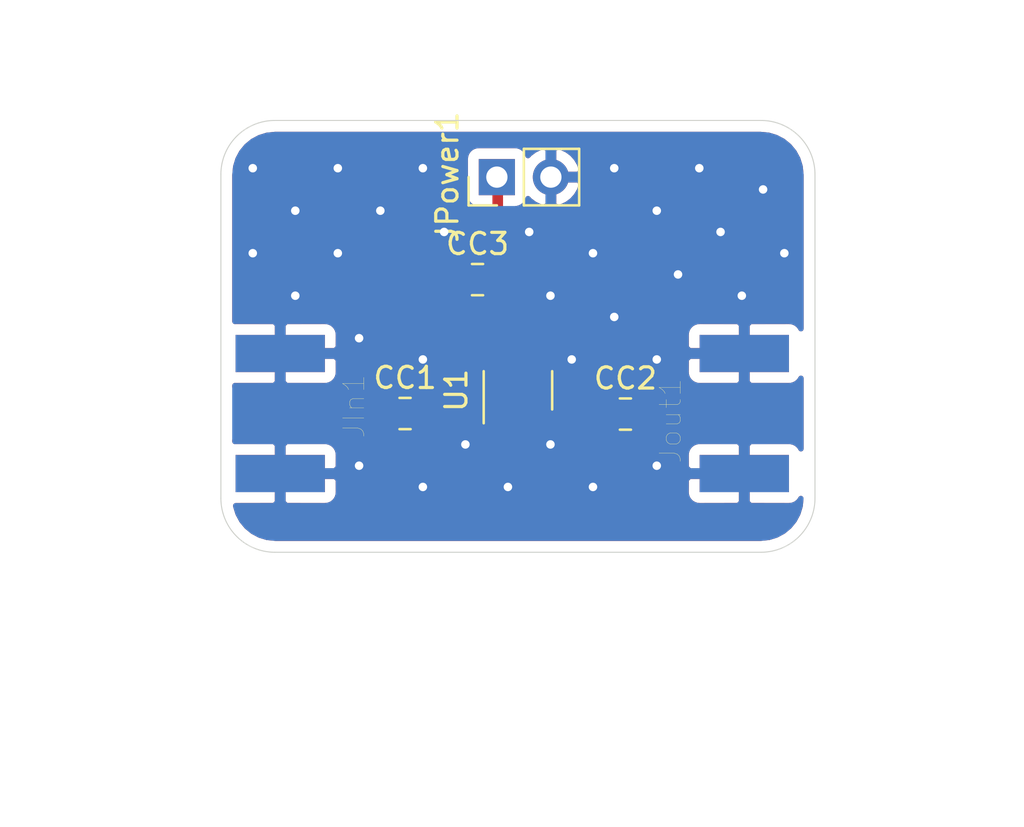
<source format=kicad_pcb>
(kicad_pcb (version 20171130) (host pcbnew "(5.1.9)-1")

  (general
    (thickness 1.6)
    (drawings 8)
    (tracks 38)
    (zones 0)
    (modules 7)
    (nets 7)
  )

  (page A4)
  (layers
    (0 F.Cu signal)
    (31 B.Cu signal)
    (32 B.Adhes user)
    (33 F.Adhes user)
    (34 B.Paste user)
    (35 F.Paste user)
    (36 B.SilkS user)
    (37 F.SilkS user)
    (38 B.Mask user)
    (39 F.Mask user)
    (40 Dwgs.User user)
    (41 Cmts.User user)
    (42 Eco1.User user)
    (43 Eco2.User user)
    (44 Edge.Cuts user)
    (45 Margin user)
    (46 B.CrtYd user)
    (47 F.CrtYd user)
    (48 B.Fab user)
    (49 F.Fab user)
  )

  (setup
    (last_trace_width 0.25)
    (user_trace_width 0.5)
    (trace_clearance 0.2)
    (zone_clearance 0.508)
    (zone_45_only no)
    (trace_min 0.2)
    (via_size 0.8)
    (via_drill 0.4)
    (via_min_size 0.4)
    (via_min_drill 0.3)
    (uvia_size 0.3)
    (uvia_drill 0.1)
    (uvias_allowed no)
    (uvia_min_size 0.2)
    (uvia_min_drill 0.1)
    (edge_width 0.05)
    (segment_width 0.2)
    (pcb_text_width 0.3)
    (pcb_text_size 1.5 1.5)
    (mod_edge_width 0.12)
    (mod_text_size 1 1)
    (mod_text_width 0.15)
    (pad_size 1.524 1.524)
    (pad_drill 0.762)
    (pad_to_mask_clearance 0)
    (aux_axis_origin 0 0)
    (visible_elements 7FFFFFFF)
    (pcbplotparams
      (layerselection 0x010fc_ffffffff)
      (usegerberextensions false)
      (usegerberattributes true)
      (usegerberadvancedattributes true)
      (creategerberjobfile true)
      (excludeedgelayer true)
      (linewidth 0.100000)
      (plotframeref false)
      (viasonmask false)
      (mode 1)
      (useauxorigin false)
      (hpglpennumber 1)
      (hpglpenspeed 20)
      (hpglpendiameter 15.000000)
      (psnegative false)
      (psa4output false)
      (plotreference true)
      (plotvalue true)
      (plotinvisibletext false)
      (padsonsilk false)
      (subtractmaskfromsilk false)
      (outputformat 1)
      (mirror false)
      (drillshape 0)
      (scaleselection 1)
      (outputdirectory "Gerber/"))
  )

  (net 0 "")
  (net 1 GND)
  (net 2 "Net-(CC1-Pad2)")
  (net 3 "Net-(CC1-Pad1)")
  (net 4 "Net-(CC2-Pad2)")
  (net 5 "Net-(CC2-Pad1)")
  (net 6 "Net-(CC3-Pad2)")

  (net_class Default "This is the default net class."
    (clearance 0.2)
    (trace_width 0.25)
    (via_dia 0.8)
    (via_drill 0.4)
    (uvia_dia 0.3)
    (uvia_drill 0.1)
    (add_net GND)
    (add_net "Net-(CC1-Pad1)")
    (add_net "Net-(CC1-Pad2)")
    (add_net "Net-(CC2-Pad1)")
    (add_net "Net-(CC2-Pad2)")
    (add_net "Net-(CC3-Pad2)")
  )

  (module AdditionalLibs:SAMTEC_SMA-J-P-H-ST-EM1 (layer F.Cu) (tedit 60249D12) (tstamp 6049CCA4)
    (at 155.6258 83.6422 90)
    (path /60498C8E)
    (fp_text reference Jout1 (at -0.34105 -3.66967 90) (layer F.SilkS)
      (effects (font (size 1 1) (thickness 0.015)))
    )
    (fp_text value SMA-J-P-H-ST-EM1 (at 11.20429 12.3677 90) (layer F.Fab)
      (effects (font (size 1 1) (thickness 0.015)))
    )
    (fp_text user PCB~EDGE (at 4.30403 1.70159 90) (layer F.Fab)
      (effects (font (size 0.48 0.48) (thickness 0.015)))
    )
    (fp_line (start 3.165 1.9) (end 3.165 11.42) (layer F.Fab) (width 0.1))
    (fp_line (start 3.165 11.42) (end -3.165 11.42) (layer F.Fab) (width 0.1))
    (fp_line (start -3.165 11.42) (end -3.165 1.9) (layer F.Fab) (width 0.1))
    (fp_line (start -5 1.9) (end -3.165 1.9) (layer F.Fab) (width 0.1))
    (fp_line (start -3.165 1.9) (end 3.165 1.9) (layer F.Fab) (width 0.1))
    (fp_line (start 3.165 1.9) (end 5 1.9) (layer F.Fab) (width 0.1))
    (fp_line (start -3.165 1.9) (end -3.175 -1.91) (layer F.Fab) (width 0.1))
    (fp_line (start -3.175 -1.91) (end 3.175 -1.91) (layer F.Fab) (width 0.1))
    (fp_line (start 3.175 -1.91) (end 3.165 1.9) (layer F.Fab) (width 0.1))
    (fp_line (start -3.75 -2.55) (end 3.75 -2.55) (layer F.CrtYd) (width 0.05))
    (fp_line (start 3.75 -2.55) (end 3.75 2.15) (layer F.CrtYd) (width 0.05))
    (fp_line (start 3.75 2.15) (end 3.415 2.15) (layer F.CrtYd) (width 0.05))
    (fp_line (start 3.415 2.15) (end 3.415 11.67) (layer F.CrtYd) (width 0.05))
    (fp_line (start 3.415 11.67) (end -3.415 11.67) (layer F.CrtYd) (width 0.05))
    (fp_line (start -3.415 11.67) (end -3.415 2.15) (layer F.CrtYd) (width 0.05))
    (fp_line (start -3.415 2.15) (end -3.75 2.15) (layer F.CrtYd) (width 0.05))
    (fp_line (start -3.75 2.15) (end -3.75 -2.55) (layer F.CrtYd) (width 0.05))
    (pad 3_2 smd rect (at 2.825 -0.2 90) (size 1.75 4.2) (layers B.Cu B.Paste B.Mask)
      (net 1 GND))
    (pad 2_2 smd rect (at -2.825 -0.2 90) (size 1.75 4.2) (layers B.Cu B.Paste B.Mask)
      (net 1 GND))
    (pad 3_1 smd rect (at 2.825 -0.2 90) (size 1.75 4.2) (layers F.Cu F.Paste F.Mask)
      (net 1 GND))
    (pad 2_1 smd rect (at -2.825 -0.2 90) (size 1.75 4.2) (layers F.Cu F.Paste F.Mask)
      (net 1 GND))
    (pad 1 smd rect (at 0 0 90) (size 1.27 3.6) (layers F.Cu F.Paste F.Mask)
      (net 4 "Net-(CC2-Pad2)"))
  )

  (module AdditionalLibs:SAMTEC_SMA-J-P-H-ST-EM1 (layer F.Cu) (tedit 60249D12) (tstamp 6049CC89)
    (at 133.4008 83.6422 270)
    (path /60495908)
    (fp_text reference JIn1 (at -0.34105 -3.66967 90) (layer F.SilkS)
      (effects (font (size 1 1) (thickness 0.015)))
    )
    (fp_text value SMA-J-P-H-ST-EM1 (at 11.20429 12.3677 90) (layer F.Fab)
      (effects (font (size 1 1) (thickness 0.015)))
    )
    (fp_text user PCB~EDGE (at 4.30403 1.70159 90) (layer F.Fab)
      (effects (font (size 0.48 0.48) (thickness 0.015)))
    )
    (fp_line (start 3.165 1.9) (end 3.165 11.42) (layer F.Fab) (width 0.1))
    (fp_line (start 3.165 11.42) (end -3.165 11.42) (layer F.Fab) (width 0.1))
    (fp_line (start -3.165 11.42) (end -3.165 1.9) (layer F.Fab) (width 0.1))
    (fp_line (start -5 1.9) (end -3.165 1.9) (layer F.Fab) (width 0.1))
    (fp_line (start -3.165 1.9) (end 3.165 1.9) (layer F.Fab) (width 0.1))
    (fp_line (start 3.165 1.9) (end 5 1.9) (layer F.Fab) (width 0.1))
    (fp_line (start -3.165 1.9) (end -3.175 -1.91) (layer F.Fab) (width 0.1))
    (fp_line (start -3.175 -1.91) (end 3.175 -1.91) (layer F.Fab) (width 0.1))
    (fp_line (start 3.175 -1.91) (end 3.165 1.9) (layer F.Fab) (width 0.1))
    (fp_line (start -3.75 -2.55) (end 3.75 -2.55) (layer F.CrtYd) (width 0.05))
    (fp_line (start 3.75 -2.55) (end 3.75 2.15) (layer F.CrtYd) (width 0.05))
    (fp_line (start 3.75 2.15) (end 3.415 2.15) (layer F.CrtYd) (width 0.05))
    (fp_line (start 3.415 2.15) (end 3.415 11.67) (layer F.CrtYd) (width 0.05))
    (fp_line (start 3.415 11.67) (end -3.415 11.67) (layer F.CrtYd) (width 0.05))
    (fp_line (start -3.415 11.67) (end -3.415 2.15) (layer F.CrtYd) (width 0.05))
    (fp_line (start -3.415 2.15) (end -3.75 2.15) (layer F.CrtYd) (width 0.05))
    (fp_line (start -3.75 2.15) (end -3.75 -2.55) (layer F.CrtYd) (width 0.05))
    (pad 3_2 smd rect (at 2.825 -0.2 270) (size 1.75 4.2) (layers B.Cu B.Paste B.Mask)
      (net 1 GND))
    (pad 2_2 smd rect (at -2.825 -0.2 270) (size 1.75 4.2) (layers B.Cu B.Paste B.Mask)
      (net 1 GND))
    (pad 3_1 smd rect (at 2.825 -0.2 270) (size 1.75 4.2) (layers F.Cu F.Paste F.Mask)
      (net 1 GND))
    (pad 2_1 smd rect (at -2.825 -0.2 270) (size 1.75 4.2) (layers F.Cu F.Paste F.Mask)
      (net 1 GND))
    (pad 1 smd rect (at 0 0 270) (size 1.27 3.6) (layers F.Cu F.Paste F.Mask)
      (net 3 "Net-(CC1-Pad1)"))
  )

  (module Capacitor_SMD:C_0805_2012Metric (layer F.Cu) (tedit 5F68FEEE) (tstamp 6052A2E6)
    (at 142.88 77.34)
    (descr "Capacitor SMD 0805 (2012 Metric), square (rectangular) end terminal, IPC_7351 nominal, (Body size source: IPC-SM-782 page 76, https://www.pcb-3d.com/wordpress/wp-content/uploads/ipc-sm-782a_amendment_1_and_2.pdf, https://docs.google.com/spreadsheets/d/1BsfQQcO9C6DZCsRaXUlFlo91Tg2WpOkGARC1WS5S8t0/edit?usp=sharing), generated with kicad-footprint-generator")
    (tags capacitor)
    (path /6052A3AA)
    (attr smd)
    (fp_text reference CC3 (at 0 -1.68) (layer F.SilkS)
      (effects (font (size 1 1) (thickness 0.15)))
    )
    (fp_text value .47u (at 0 1.68) (layer F.Fab)
      (effects (font (size 1 1) (thickness 0.15)))
    )
    (fp_text user %R (at 0 0) (layer F.Fab)
      (effects (font (size 0.5 0.5) (thickness 0.08)))
    )
    (fp_line (start -1 0.625) (end -1 -0.625) (layer F.Fab) (width 0.1))
    (fp_line (start -1 -0.625) (end 1 -0.625) (layer F.Fab) (width 0.1))
    (fp_line (start 1 -0.625) (end 1 0.625) (layer F.Fab) (width 0.1))
    (fp_line (start 1 0.625) (end -1 0.625) (layer F.Fab) (width 0.1))
    (fp_line (start -0.261252 -0.735) (end 0.261252 -0.735) (layer F.SilkS) (width 0.12))
    (fp_line (start -0.261252 0.735) (end 0.261252 0.735) (layer F.SilkS) (width 0.12))
    (fp_line (start -1.7 0.98) (end -1.7 -0.98) (layer F.CrtYd) (width 0.05))
    (fp_line (start -1.7 -0.98) (end 1.7 -0.98) (layer F.CrtYd) (width 0.05))
    (fp_line (start 1.7 -0.98) (end 1.7 0.98) (layer F.CrtYd) (width 0.05))
    (fp_line (start 1.7 0.98) (end -1.7 0.98) (layer F.CrtYd) (width 0.05))
    (pad 2 smd roundrect (at 0.95 0) (size 1 1.45) (layers F.Cu F.Paste F.Mask) (roundrect_rratio 0.25)
      (net 6 "Net-(CC3-Pad2)"))
    (pad 1 smd roundrect (at -0.95 0) (size 1 1.45) (layers F.Cu F.Paste F.Mask) (roundrect_rratio 0.25)
      (net 1 GND))
    (model ${KISYS3DMOD}/Capacitor_SMD.3dshapes/C_0805_2012Metric.wrl
      (at (xyz 0 0 0))
      (scale (xyz 1 1 1))
      (rotate (xyz 0 0 0))
    )
  )

  (module Capacitor_SMD:C_0805_2012Metric (layer F.Cu) (tedit 5F68FEEE) (tstamp 6049CF9F)
    (at 149.8346 83.6676)
    (descr "Capacitor SMD 0805 (2012 Metric), square (rectangular) end terminal, IPC_7351 nominal, (Body size source: IPC-SM-782 page 76, https://www.pcb-3d.com/wordpress/wp-content/uploads/ipc-sm-782a_amendment_1_and_2.pdf, https://docs.google.com/spreadsheets/d/1BsfQQcO9C6DZCsRaXUlFlo91Tg2WpOkGARC1WS5S8t0/edit?usp=sharing), generated with kicad-footprint-generator")
    (tags capacitor)
    (path /604A8DDC)
    (attr smd)
    (fp_text reference CC2 (at 0 -1.68) (layer F.SilkS)
      (effects (font (size 1 1) (thickness 0.15)))
    )
    (fp_text value .47u (at 0 1.68) (layer F.Fab)
      (effects (font (size 1 1) (thickness 0.15)))
    )
    (fp_line (start 1.7 0.98) (end -1.7 0.98) (layer F.CrtYd) (width 0.05))
    (fp_line (start 1.7 -0.98) (end 1.7 0.98) (layer F.CrtYd) (width 0.05))
    (fp_line (start -1.7 -0.98) (end 1.7 -0.98) (layer F.CrtYd) (width 0.05))
    (fp_line (start -1.7 0.98) (end -1.7 -0.98) (layer F.CrtYd) (width 0.05))
    (fp_line (start -0.261252 0.735) (end 0.261252 0.735) (layer F.SilkS) (width 0.12))
    (fp_line (start -0.261252 -0.735) (end 0.261252 -0.735) (layer F.SilkS) (width 0.12))
    (fp_line (start 1 0.625) (end -1 0.625) (layer F.Fab) (width 0.1))
    (fp_line (start 1 -0.625) (end 1 0.625) (layer F.Fab) (width 0.1))
    (fp_line (start -1 -0.625) (end 1 -0.625) (layer F.Fab) (width 0.1))
    (fp_line (start -1 0.625) (end -1 -0.625) (layer F.Fab) (width 0.1))
    (fp_text user %R (at 0 0) (layer F.Fab)
      (effects (font (size 0.5 0.5) (thickness 0.08)))
    )
    (pad 2 smd roundrect (at 0.95 0) (size 1 1.45) (layers F.Cu F.Paste F.Mask) (roundrect_rratio 0.25)
      (net 4 "Net-(CC2-Pad2)"))
    (pad 1 smd roundrect (at -0.95 0) (size 1 1.45) (layers F.Cu F.Paste F.Mask) (roundrect_rratio 0.25)
      (net 5 "Net-(CC2-Pad1)"))
    (model ${KISYS3DMOD}/Capacitor_SMD.3dshapes/C_0805_2012Metric.wrl
      (at (xyz 0 0 0))
      (scale (xyz 1 1 1))
      (rotate (xyz 0 0 0))
    )
  )

  (module Capacitor_SMD:C_0805_2012Metric (layer F.Cu) (tedit 5F68FEEE) (tstamp 6049CF8E)
    (at 139.4714 83.6422)
    (descr "Capacitor SMD 0805 (2012 Metric), square (rectangular) end terminal, IPC_7351 nominal, (Body size source: IPC-SM-782 page 76, https://www.pcb-3d.com/wordpress/wp-content/uploads/ipc-sm-782a_amendment_1_and_2.pdf, https://docs.google.com/spreadsheets/d/1BsfQQcO9C6DZCsRaXUlFlo91Tg2WpOkGARC1WS5S8t0/edit?usp=sharing), generated with kicad-footprint-generator")
    (tags capacitor)
    (path /604A4632)
    (attr smd)
    (fp_text reference CC1 (at 0 -1.68) (layer F.SilkS)
      (effects (font (size 1 1) (thickness 0.15)))
    )
    (fp_text value .47u (at 0 1.68) (layer F.Fab)
      (effects (font (size 1 1) (thickness 0.15)))
    )
    (fp_line (start 1.7 0.98) (end -1.7 0.98) (layer F.CrtYd) (width 0.05))
    (fp_line (start 1.7 -0.98) (end 1.7 0.98) (layer F.CrtYd) (width 0.05))
    (fp_line (start -1.7 -0.98) (end 1.7 -0.98) (layer F.CrtYd) (width 0.05))
    (fp_line (start -1.7 0.98) (end -1.7 -0.98) (layer F.CrtYd) (width 0.05))
    (fp_line (start -0.261252 0.735) (end 0.261252 0.735) (layer F.SilkS) (width 0.12))
    (fp_line (start -0.261252 -0.735) (end 0.261252 -0.735) (layer F.SilkS) (width 0.12))
    (fp_line (start 1 0.625) (end -1 0.625) (layer F.Fab) (width 0.1))
    (fp_line (start 1 -0.625) (end 1 0.625) (layer F.Fab) (width 0.1))
    (fp_line (start -1 -0.625) (end 1 -0.625) (layer F.Fab) (width 0.1))
    (fp_line (start -1 0.625) (end -1 -0.625) (layer F.Fab) (width 0.1))
    (fp_text user %R (at 0 0) (layer F.Fab)
      (effects (font (size 0.5 0.5) (thickness 0.08)))
    )
    (pad 2 smd roundrect (at 0.95 0) (size 1 1.45) (layers F.Cu F.Paste F.Mask) (roundrect_rratio 0.25)
      (net 2 "Net-(CC1-Pad2)"))
    (pad 1 smd roundrect (at -0.95 0) (size 1 1.45) (layers F.Cu F.Paste F.Mask) (roundrect_rratio 0.25)
      (net 3 "Net-(CC1-Pad1)"))
    (model ${KISYS3DMOD}/Capacitor_SMD.3dshapes/C_0805_2012Metric.wrl
      (at (xyz 0 0 0))
      (scale (xyz 1 1 1))
      (rotate (xyz 0 0 0))
    )
  )

  (module Package_TO_SOT_SMD:SOT-23-5 (layer F.Cu) (tedit 5A02FF57) (tstamp 6049CCCF)
    (at 144.78 82.55 90)
    (descr "5-pin SOT23 package")
    (tags SOT-23-5)
    (path /60491840)
    (attr smd)
    (fp_text reference U1 (at 0 -2.9 90) (layer F.SilkS)
      (effects (font (size 1 1) (thickness 0.15)))
    )
    (fp_text value MAAVSS0006TR-3000 (at 0 2.9 90) (layer F.Fab)
      (effects (font (size 1 1) (thickness 0.15)))
    )
    (fp_line (start -0.9 1.61) (end 0.9 1.61) (layer F.SilkS) (width 0.12))
    (fp_line (start 0.9 -1.61) (end -1.55 -1.61) (layer F.SilkS) (width 0.12))
    (fp_line (start -1.9 -1.8) (end 1.9 -1.8) (layer F.CrtYd) (width 0.05))
    (fp_line (start 1.9 -1.8) (end 1.9 1.8) (layer F.CrtYd) (width 0.05))
    (fp_line (start 1.9 1.8) (end -1.9 1.8) (layer F.CrtYd) (width 0.05))
    (fp_line (start -1.9 1.8) (end -1.9 -1.8) (layer F.CrtYd) (width 0.05))
    (fp_line (start -0.9 -0.9) (end -0.25 -1.55) (layer F.Fab) (width 0.1))
    (fp_line (start 0.9 -1.55) (end -0.25 -1.55) (layer F.Fab) (width 0.1))
    (fp_line (start -0.9 -0.9) (end -0.9 1.55) (layer F.Fab) (width 0.1))
    (fp_line (start 0.9 1.55) (end -0.9 1.55) (layer F.Fab) (width 0.1))
    (fp_line (start 0.9 -1.55) (end 0.9 1.55) (layer F.Fab) (width 0.1))
    (fp_text user %R (at 0 0) (layer F.Fab)
      (effects (font (size 0.5 0.5) (thickness 0.075)))
    )
    (pad 5 smd rect (at 1.1 -0.95 90) (size 1.06 0.65) (layers F.Cu F.Paste F.Mask)
      (net 6 "Net-(CC3-Pad2)"))
    (pad 4 smd rect (at 1.1 0.95 90) (size 1.06 0.65) (layers F.Cu F.Paste F.Mask)
      (net 1 GND))
    (pad 3 smd rect (at -1.1 0.95 90) (size 1.06 0.65) (layers F.Cu F.Paste F.Mask)
      (net 5 "Net-(CC2-Pad1)"))
    (pad 2 smd rect (at -1.1 0 90) (size 1.06 0.65) (layers F.Cu F.Paste F.Mask)
      (net 1 GND))
    (pad 1 smd rect (at -1.1 -0.95 90) (size 1.06 0.65) (layers F.Cu F.Paste F.Mask)
      (net 2 "Net-(CC1-Pad2)"))
    (model ${KISYS3DMOD}/Package_TO_SOT_SMD.3dshapes/SOT-23-5.wrl
      (at (xyz 0 0 0))
      (scale (xyz 1 1 1))
      (rotate (xyz 0 0 0))
    )
  )

  (module Connector_PinHeader_2.54mm:PinHeader_1x02_P2.54mm_Vertical (layer F.Cu) (tedit 59FED5CC) (tstamp 6049CCBA)
    (at 143.7894 72.517 90)
    (descr "Through hole straight pin header, 1x02, 2.54mm pitch, single row")
    (tags "Through hole pin header THT 1x02 2.54mm single row")
    (path /60492357)
    (fp_text reference JPower1 (at 0 -2.33 90) (layer F.SilkS)
      (effects (font (size 1 1) (thickness 0.15)))
    )
    (fp_text value Conn_01x02 (at 0 4.87 90) (layer F.Fab)
      (effects (font (size 1 1) (thickness 0.15)))
    )
    (fp_line (start -0.635 -1.27) (end 1.27 -1.27) (layer F.Fab) (width 0.1))
    (fp_line (start 1.27 -1.27) (end 1.27 3.81) (layer F.Fab) (width 0.1))
    (fp_line (start 1.27 3.81) (end -1.27 3.81) (layer F.Fab) (width 0.1))
    (fp_line (start -1.27 3.81) (end -1.27 -0.635) (layer F.Fab) (width 0.1))
    (fp_line (start -1.27 -0.635) (end -0.635 -1.27) (layer F.Fab) (width 0.1))
    (fp_line (start -1.33 3.87) (end 1.33 3.87) (layer F.SilkS) (width 0.12))
    (fp_line (start -1.33 1.27) (end -1.33 3.87) (layer F.SilkS) (width 0.12))
    (fp_line (start 1.33 1.27) (end 1.33 3.87) (layer F.SilkS) (width 0.12))
    (fp_line (start -1.33 1.27) (end 1.33 1.27) (layer F.SilkS) (width 0.12))
    (fp_line (start -1.33 0) (end -1.33 -1.33) (layer F.SilkS) (width 0.12))
    (fp_line (start -1.33 -1.33) (end 0 -1.33) (layer F.SilkS) (width 0.12))
    (fp_line (start -1.8 -1.8) (end -1.8 4.35) (layer F.CrtYd) (width 0.05))
    (fp_line (start -1.8 4.35) (end 1.8 4.35) (layer F.CrtYd) (width 0.05))
    (fp_line (start 1.8 4.35) (end 1.8 -1.8) (layer F.CrtYd) (width 0.05))
    (fp_line (start 1.8 -1.8) (end -1.8 -1.8) (layer F.CrtYd) (width 0.05))
    (fp_text user %R (at 0 1.27) (layer F.Fab)
      (effects (font (size 1 1) (thickness 0.15)))
    )
    (pad 2 thru_hole oval (at 0 2.54 90) (size 1.7 1.7) (drill 1) (layers *.Cu *.Mask)
      (net 1 GND))
    (pad 1 thru_hole rect (at 0 0 90) (size 1.7 1.7) (drill 1) (layers *.Cu *.Mask)
      (net 6 "Net-(CC3-Pad2)"))
    (model ${KISYS3DMOD}/Connector_PinHeader_2.54mm.3dshapes/PinHeader_1x02_P2.54mm_Vertical.wrl
      (at (xyz 0 0 0))
      (scale (xyz 1 1 1))
      (rotate (xyz 0 0 0))
    )
  )

  (gr_line (start 133.35 90.17) (end 156.21 90.17) (layer Edge.Cuts) (width 0.05) (tstamp 6049D750))
  (gr_line (start 130.81 72.39) (end 130.81 87.63) (layer Edge.Cuts) (width 0.05) (tstamp 6049D74F))
  (gr_line (start 156.21 69.85) (end 133.35 69.85) (layer Edge.Cuts) (width 0.05) (tstamp 6049D74E))
  (gr_line (start 158.75 87.63) (end 158.75 72.39) (layer Edge.Cuts) (width 0.05) (tstamp 6049D74D))
  (gr_arc (start 156.21 87.63) (end 156.21 90.17) (angle -90) (layer Edge.Cuts) (width 0.05))
  (gr_arc (start 133.35 87.63) (end 130.81 87.63) (angle -90) (layer Edge.Cuts) (width 0.05))
  (gr_arc (start 133.35 72.39) (end 133.35 69.85) (angle -90) (layer Edge.Cuts) (width 0.05))
  (gr_arc (start 156.21 72.39) (end 158.75 72.39) (angle -90) (layer Edge.Cuts) (width 0.05))

  (via (at 132.30935 72.097076) (size 0.8) (drill 0.4) (layers F.Cu B.Cu) (net 1) (tstamp 21))
  (via (at 132.30935 76.097076) (size 0.8) (drill 0.4) (layers F.Cu B.Cu) (net 1) (tstamp 21))
  (via (at 134.30935 74.097076) (size 0.8) (drill 0.4) (layers F.Cu B.Cu) (net 1) (tstamp 21))
  (via (at 134.30935 78.097076) (size 0.8) (drill 0.4) (layers F.Cu B.Cu) (net 1) (tstamp 21))
  (via (at 136.30935 72.097076) (size 0.8) (drill 0.4) (layers F.Cu B.Cu) (net 1) (tstamp 21))
  (via (at 136.30935 76.097076) (size 0.8) (drill 0.4) (layers F.Cu B.Cu) (net 1) (tstamp 21))
  (via (at 137.30935 80.097076) (size 0.8) (drill 0.4) (layers F.Cu B.Cu) (net 1) (tstamp 21))
  (via (at 137.30935 86.097076) (size 0.8) (drill 0.4) (layers F.Cu B.Cu) (net 1) (tstamp 21))
  (via (at 138.30935 74.097076) (size 0.8) (drill 0.4) (layers F.Cu B.Cu) (net 1) (tstamp 21))
  (via (at 140.30935 72.097076) (size 0.8) (drill 0.4) (layers F.Cu B.Cu) (net 1) (tstamp 21))
  (via (at 140.30935 81.097076) (size 0.8) (drill 0.4) (layers F.Cu B.Cu) (net 1) (tstamp 21))
  (via (at 140.30935 87.097076) (size 0.8) (drill 0.4) (layers F.Cu B.Cu) (net 1) (tstamp 21))
  (via (at 141.30935 75.097076) (size 0.8) (drill 0.4) (layers F.Cu B.Cu) (net 1) (tstamp 21))
  (via (at 142.30935 85.097076) (size 0.8) (drill 0.4) (layers F.Cu B.Cu) (net 1) (tstamp 21))
  (via (at 144.30935 87.097076) (size 0.8) (drill 0.4) (layers F.Cu B.Cu) (net 1) (tstamp 21))
  (via (at 145.30935 75.097076) (size 0.8) (drill 0.4) (layers F.Cu B.Cu) (net 1) (tstamp 21))
  (via (at 146.30935 78.097076) (size 0.8) (drill 0.4) (layers F.Cu B.Cu) (net 1) (tstamp 21))
  (via (at 146.30935 85.097076) (size 0.8) (drill 0.4) (layers F.Cu B.Cu) (net 1) (tstamp 21))
  (via (at 147.30935 81.097076) (size 0.8) (drill 0.4) (layers F.Cu B.Cu) (net 1) (tstamp 21))
  (via (at 148.30935 76.097076) (size 0.8) (drill 0.4) (layers F.Cu B.Cu) (net 1) (tstamp 21))
  (via (at 148.30935 87.097076) (size 0.8) (drill 0.4) (layers F.Cu B.Cu) (net 1) (tstamp 21))
  (via (at 149.30935 72.097076) (size 0.8) (drill 0.4) (layers F.Cu B.Cu) (net 1) (tstamp 21))
  (via (at 149.30935 79.097076) (size 0.8) (drill 0.4) (layers F.Cu B.Cu) (net 1) (tstamp 21))
  (via (at 151.30935 74.097076) (size 0.8) (drill 0.4) (layers F.Cu B.Cu) (net 1) (tstamp 21))
  (via (at 151.30935 81.097076) (size 0.8) (drill 0.4) (layers F.Cu B.Cu) (net 1) (tstamp 21))
  (via (at 151.30935 86.097076) (size 0.8) (drill 0.4) (layers F.Cu B.Cu) (net 1) (tstamp 21))
  (via (at 152.30935 77.097076) (size 0.8) (drill 0.4) (layers F.Cu B.Cu) (net 1) (tstamp 21))
  (via (at 153.30935 72.097076) (size 0.8) (drill 0.4) (layers F.Cu B.Cu) (net 1) (tstamp 21))
  (via (at 154.30935 75.097076) (size 0.8) (drill 0.4) (layers F.Cu B.Cu) (net 1) (tstamp 21))
  (via (at 155.30935 78.097076) (size 0.8) (drill 0.4) (layers F.Cu B.Cu) (net 1) (tstamp 21))
  (via (at 156.30935 73.097076) (size 0.8) (drill 0.4) (layers F.Cu B.Cu) (net 1) (tstamp 21))
  (via (at 157.30935 76.097076) (size 0.8) (drill 0.4) (layers F.Cu B.Cu) (net 1) (tstamp 21))
  (segment (start 144.78 83.65) (end 144.78 85.09) (width 0.5) (layer F.Cu) (net 1))
  (segment (start 140.4214 83.6422) (end 143.6878 83.6422) (width 0.5) (layer F.Cu) (net 2))
  (segment (start 133.4008 83.6422) (end 138.5062 83.6422) (width 0.5) (layer F.Cu) (net 3))
  (segment (start 150.7846 83.6676) (end 156.0068 83.6676) (width 0.5) (layer F.Cu) (net 4))
  (segment (start 145.73 83.65) (end 148.674 83.65) (width 0.5) (layer F.Cu) (net 5))
  (segment (start 143.83 81.45) (end 143.83 72.4052) (width 0.5) (layer F.Cu) (net 6))

  (zone (net 1) (net_name GND) (layer F.Cu) (tstamp 6051D37D) (hatch edge 0.508)
    (connect_pads (clearance 0.508))
    (min_thickness 0.254)
    (fill yes (arc_segments 32) (thermal_gap 0.508) (thermal_bridge_width 0.508))
    (polygon
      (pts
        (xy 158.75 90.17) (xy 130.81 90.17) (xy 130.81 69.85) (xy 158.75 69.85)
      )
    )
    (filled_polygon
      (pts
        (xy 156.574545 70.548909) (xy 156.925208 70.65478) (xy 157.248625 70.826744) (xy 157.532484 71.058254) (xy 157.765965 71.340486)
        (xy 157.940183 71.662695) (xy 158.048502 72.012614) (xy 158.090001 72.407452) (xy 158.090001 79.650685) (xy 158.056337 79.587706)
        (xy 157.976985 79.491015) (xy 157.880294 79.411663) (xy 157.76998 79.352698) (xy 157.650282 79.316388) (xy 157.5258 79.304128)
        (xy 155.71155 79.3072) (xy 155.5528 79.46595) (xy 155.5528 80.6902) (xy 155.5728 80.6902) (xy 155.5728 80.9442)
        (xy 155.5528 80.9442) (xy 155.5528 82.16845) (xy 155.71155 82.3272) (xy 157.5258 82.330272) (xy 157.650282 82.318012)
        (xy 157.76998 82.281702) (xy 157.880294 82.222737) (xy 157.976985 82.143385) (xy 158.056337 82.046694) (xy 158.09 81.983715)
        (xy 158.09 85.300684) (xy 158.056337 85.237706) (xy 157.976985 85.141015) (xy 157.880294 85.061663) (xy 157.76998 85.002698)
        (xy 157.650282 84.966388) (xy 157.5258 84.954128) (xy 155.71155 84.9572) (xy 155.5528 85.11595) (xy 155.5528 86.3402)
        (xy 155.5728 86.3402) (xy 155.5728 86.5942) (xy 155.5528 86.5942) (xy 155.5528 87.81845) (xy 155.71155 87.9772)
        (xy 157.5258 87.980272) (xy 157.650282 87.968012) (xy 157.76998 87.931702) (xy 157.880294 87.872737) (xy 157.976985 87.793385)
        (xy 158.056337 87.696694) (xy 158.085678 87.641802) (xy 158.051091 87.994545) (xy 157.94522 88.345206) (xy 157.773257 88.668623)
        (xy 157.541748 88.952482) (xy 157.259514 89.185965) (xy 156.937304 89.360184) (xy 156.587385 89.468502) (xy 156.192557 89.51)
        (xy 133.382279 89.51) (xy 132.985455 89.471091) (xy 132.634794 89.36522) (xy 132.311377 89.193257) (xy 132.027518 88.961748)
        (xy 131.794035 88.679514) (xy 131.619816 88.357304) (xy 131.511498 88.007385) (xy 131.508647 87.980259) (xy 133.31505 87.9772)
        (xy 133.4738 87.81845) (xy 133.4738 86.5942) (xy 133.7278 86.5942) (xy 133.7278 87.81845) (xy 133.88655 87.9772)
        (xy 135.7008 87.980272) (xy 135.825282 87.968012) (xy 135.94498 87.931702) (xy 136.055294 87.872737) (xy 136.151985 87.793385)
        (xy 136.231337 87.696694) (xy 136.290302 87.58638) (xy 136.326612 87.466682) (xy 136.338872 87.3422) (xy 152.687728 87.3422)
        (xy 152.699988 87.466682) (xy 152.736298 87.58638) (xy 152.795263 87.696694) (xy 152.874615 87.793385) (xy 152.971306 87.872737)
        (xy 153.08162 87.931702) (xy 153.201318 87.968012) (xy 153.3258 87.980272) (xy 155.14005 87.9772) (xy 155.2988 87.81845)
        (xy 155.2988 86.5942) (xy 152.84955 86.5942) (xy 152.6908 86.75295) (xy 152.687728 87.3422) (xy 136.338872 87.3422)
        (xy 136.3358 86.75295) (xy 136.17705 86.5942) (xy 133.7278 86.5942) (xy 133.4738 86.5942) (xy 133.4538 86.5942)
        (xy 133.4538 86.3402) (xy 133.4738 86.3402) (xy 133.4738 85.11595) (xy 133.7278 85.11595) (xy 133.7278 86.3402)
        (xy 136.17705 86.3402) (xy 136.3358 86.18145) (xy 136.338872 85.5922) (xy 152.687728 85.5922) (xy 152.6908 86.18145)
        (xy 152.84955 86.3402) (xy 155.2988 86.3402) (xy 155.2988 85.11595) (xy 155.14005 84.9572) (xy 153.3258 84.954128)
        (xy 153.201318 84.966388) (xy 153.08162 85.002698) (xy 152.971306 85.061663) (xy 152.874615 85.141015) (xy 152.795263 85.237706)
        (xy 152.736298 85.34802) (xy 152.699988 85.467718) (xy 152.687728 85.5922) (xy 136.338872 85.5922) (xy 136.326612 85.467718)
        (xy 136.290302 85.34802) (xy 136.231337 85.237706) (xy 136.151985 85.141015) (xy 136.055294 85.061663) (xy 135.94498 85.002698)
        (xy 135.825282 84.966388) (xy 135.7008 84.954128) (xy 133.88655 84.9572) (xy 133.7278 85.11595) (xy 133.4738 85.11595)
        (xy 133.31505 84.9572) (xy 131.5008 84.954128) (xy 131.47 84.957161) (xy 131.47 84.901095) (xy 131.476318 84.903012)
        (xy 131.6008 84.915272) (xy 135.2008 84.915272) (xy 135.325282 84.903012) (xy 135.44498 84.866702) (xy 135.555294 84.807737)
        (xy 135.651985 84.728385) (xy 135.731337 84.631694) (xy 135.787191 84.5272) (xy 137.488424 84.5272) (xy 137.532995 84.610586)
        (xy 137.643438 84.745162) (xy 137.778014 84.855605) (xy 137.93155 84.937672) (xy 138.098146 84.988208) (xy 138.2714 85.005272)
        (xy 138.7714 85.005272) (xy 138.944654 84.988208) (xy 139.11125 84.937672) (xy 139.264786 84.855605) (xy 139.399362 84.745162)
        (xy 139.4714 84.657383) (xy 139.543438 84.745162) (xy 139.678014 84.855605) (xy 139.83155 84.937672) (xy 139.998146 84.988208)
        (xy 140.1714 85.005272) (xy 140.6714 85.005272) (xy 140.844654 84.988208) (xy 141.01125 84.937672) (xy 141.164786 84.855605)
        (xy 141.299362 84.745162) (xy 141.409805 84.610586) (xy 141.454376 84.5272) (xy 142.970564 84.5272) (xy 142.974463 84.534494)
        (xy 143.053815 84.631185) (xy 143.150506 84.710537) (xy 143.26082 84.769502) (xy 143.380518 84.805812) (xy 143.505 84.818072)
        (xy 144.155 84.818072) (xy 144.279482 84.805812) (xy 144.305 84.798071) (xy 144.330518 84.805812) (xy 144.455 84.818072)
        (xy 144.49425 84.815) (xy 144.653 84.65625) (xy 144.653 84.574141) (xy 144.685537 84.534494) (xy 144.744502 84.42418)
        (xy 144.78 84.307159) (xy 144.815498 84.42418) (xy 144.874463 84.534494) (xy 144.907 84.574141) (xy 144.907 84.65625)
        (xy 145.06575 84.815) (xy 145.105 84.818072) (xy 145.229482 84.805812) (xy 145.255 84.798071) (xy 145.280518 84.805812)
        (xy 145.405 84.818072) (xy 146.055 84.818072) (xy 146.179482 84.805812) (xy 146.29918 84.769502) (xy 146.409494 84.710537)
        (xy 146.506185 84.631185) (xy 146.585122 84.535) (xy 147.842217 84.535) (xy 147.896195 84.635986) (xy 148.006638 84.770562)
        (xy 148.141214 84.881005) (xy 148.29475 84.963072) (xy 148.461346 85.013608) (xy 148.6346 85.030672) (xy 149.1346 85.030672)
        (xy 149.307854 85.013608) (xy 149.47445 84.963072) (xy 149.627986 84.881005) (xy 149.762562 84.770562) (xy 149.8346 84.682783)
        (xy 149.906638 84.770562) (xy 150.041214 84.881005) (xy 150.19475 84.963072) (xy 150.361346 85.013608) (xy 150.5346 85.030672)
        (xy 151.0346 85.030672) (xy 151.207854 85.013608) (xy 151.37445 84.963072) (xy 151.527986 84.881005) (xy 151.662562 84.770562)
        (xy 151.773005 84.635986) (xy 151.817576 84.5526) (xy 153.252986 84.5526) (xy 153.295263 84.631694) (xy 153.374615 84.728385)
        (xy 153.471306 84.807737) (xy 153.58162 84.866702) (xy 153.701318 84.903012) (xy 153.8258 84.915272) (xy 157.4258 84.915272)
        (xy 157.550282 84.903012) (xy 157.66998 84.866702) (xy 157.780294 84.807737) (xy 157.876985 84.728385) (xy 157.956337 84.631694)
        (xy 158.015302 84.52138) (xy 158.051612 84.401682) (xy 158.063872 84.2772) (xy 158.063872 83.0072) (xy 158.051612 82.882718)
        (xy 158.015302 82.76302) (xy 157.956337 82.652706) (xy 157.876985 82.556015) (xy 157.780294 82.476663) (xy 157.66998 82.417698)
        (xy 157.550282 82.381388) (xy 157.4258 82.369128) (xy 153.8258 82.369128) (xy 153.701318 82.381388) (xy 153.58162 82.417698)
        (xy 153.471306 82.476663) (xy 153.374615 82.556015) (xy 153.295263 82.652706) (xy 153.236298 82.76302) (xy 153.230358 82.7826)
        (xy 151.817576 82.7826) (xy 151.773005 82.699214) (xy 151.662562 82.564638) (xy 151.527986 82.454195) (xy 151.37445 82.372128)
        (xy 151.207854 82.321592) (xy 151.0346 82.304528) (xy 150.5346 82.304528) (xy 150.361346 82.321592) (xy 150.19475 82.372128)
        (xy 150.041214 82.454195) (xy 149.906638 82.564638) (xy 149.8346 82.652417) (xy 149.762562 82.564638) (xy 149.627986 82.454195)
        (xy 149.47445 82.372128) (xy 149.307854 82.321592) (xy 149.1346 82.304528) (xy 148.6346 82.304528) (xy 148.461346 82.321592)
        (xy 148.29475 82.372128) (xy 148.141214 82.454195) (xy 148.006638 82.564638) (xy 147.896195 82.699214) (xy 147.861032 82.765)
        (xy 146.585122 82.765) (xy 146.506185 82.668815) (xy 146.409494 82.589463) (xy 146.335665 82.55) (xy 146.409494 82.510537)
        (xy 146.506185 82.431185) (xy 146.585537 82.334494) (xy 146.644502 82.22418) (xy 146.680812 82.104482) (xy 146.693072 81.98)
        (xy 146.69 81.73575) (xy 146.64645 81.6922) (xy 152.687728 81.6922) (xy 152.699988 81.816682) (xy 152.736298 81.93638)
        (xy 152.795263 82.046694) (xy 152.874615 82.143385) (xy 152.971306 82.222737) (xy 153.08162 82.281702) (xy 153.201318 82.318012)
        (xy 153.3258 82.330272) (xy 155.14005 82.3272) (xy 155.2988 82.16845) (xy 155.2988 80.9442) (xy 152.84955 80.9442)
        (xy 152.6908 81.10295) (xy 152.687728 81.6922) (xy 146.64645 81.6922) (xy 146.53125 81.577) (xy 145.857 81.577)
        (xy 145.857 81.597) (xy 145.603 81.597) (xy 145.603 81.577) (xy 145.583 81.577) (xy 145.583 81.323)
        (xy 145.603 81.323) (xy 145.603 80.44375) (xy 145.857 80.44375) (xy 145.857 81.323) (xy 146.53125 81.323)
        (xy 146.69 81.16425) (xy 146.693072 80.92) (xy 146.680812 80.795518) (xy 146.644502 80.67582) (xy 146.585537 80.565506)
        (xy 146.506185 80.468815) (xy 146.409494 80.389463) (xy 146.29918 80.330498) (xy 146.179482 80.294188) (xy 146.055 80.281928)
        (xy 146.01575 80.285) (xy 145.857 80.44375) (xy 145.603 80.44375) (xy 145.44425 80.285) (xy 145.405 80.281928)
        (xy 145.280518 80.294188) (xy 145.16082 80.330498) (xy 145.050506 80.389463) (xy 144.953815 80.468815) (xy 144.874463 80.565506)
        (xy 144.815498 80.67582) (xy 144.78 80.792841) (xy 144.744502 80.67582) (xy 144.715 80.620627) (xy 144.715 79.9422)
        (xy 152.687728 79.9422) (xy 152.6908 80.53145) (xy 152.84955 80.6902) (xy 155.2988 80.6902) (xy 155.2988 79.46595)
        (xy 155.14005 79.3072) (xy 153.3258 79.304128) (xy 153.201318 79.316388) (xy 153.08162 79.352698) (xy 152.971306 79.411663)
        (xy 152.874615 79.491015) (xy 152.795263 79.587706) (xy 152.736298 79.69802) (xy 152.699988 79.817718) (xy 152.687728 79.9422)
        (xy 144.715 79.9422) (xy 144.715 78.434386) (xy 144.818405 78.308386) (xy 144.900472 78.15485) (xy 144.951008 77.988254)
        (xy 144.968072 77.815) (xy 144.968072 76.865) (xy 144.951008 76.691746) (xy 144.900472 76.52515) (xy 144.818405 76.371614)
        (xy 144.715 76.245614) (xy 144.715 73.997626) (xy 144.763882 73.992812) (xy 144.88358 73.956502) (xy 144.993894 73.897537)
        (xy 145.090585 73.818185) (xy 145.169937 73.721494) (xy 145.228902 73.61118) (xy 145.253366 73.530534) (xy 145.329131 73.614588)
        (xy 145.56248 73.788641) (xy 145.825301 73.913825) (xy 145.97251 73.958476) (xy 146.2024 73.837155) (xy 146.2024 72.644)
        (xy 146.4564 72.644) (xy 146.4564 73.837155) (xy 146.68629 73.958476) (xy 146.833499 73.913825) (xy 147.09632 73.788641)
        (xy 147.329669 73.614588) (xy 147.524578 73.398355) (xy 147.673557 73.148252) (xy 147.770881 72.873891) (xy 147.650214 72.644)
        (xy 146.4564 72.644) (xy 146.2024 72.644) (xy 146.1824 72.644) (xy 146.1824 72.39) (xy 146.2024 72.39)
        (xy 146.2024 71.196845) (xy 146.4564 71.196845) (xy 146.4564 72.39) (xy 147.650214 72.39) (xy 147.770881 72.160109)
        (xy 147.673557 71.885748) (xy 147.524578 71.635645) (xy 147.329669 71.419412) (xy 147.09632 71.245359) (xy 146.833499 71.120175)
        (xy 146.68629 71.075524) (xy 146.4564 71.196845) (xy 146.2024 71.196845) (xy 145.97251 71.075524) (xy 145.825301 71.120175)
        (xy 145.56248 71.245359) (xy 145.329131 71.419412) (xy 145.253366 71.503466) (xy 145.228902 71.42282) (xy 145.169937 71.312506)
        (xy 145.090585 71.215815) (xy 144.993894 71.136463) (xy 144.88358 71.077498) (xy 144.763882 71.041188) (xy 144.6394 71.028928)
        (xy 142.9394 71.028928) (xy 142.814918 71.041188) (xy 142.69522 71.077498) (xy 142.584906 71.136463) (xy 142.488215 71.215815)
        (xy 142.408863 71.312506) (xy 142.349898 71.42282) (xy 142.313588 71.542518) (xy 142.301328 71.667) (xy 142.301328 73.367)
        (xy 142.313588 73.491482) (xy 142.349898 73.61118) (xy 142.408863 73.721494) (xy 142.488215 73.818185) (xy 142.584906 73.897537)
        (xy 142.69522 73.956502) (xy 142.814918 73.992812) (xy 142.9394 74.005072) (xy 142.945001 74.005072) (xy 142.945001 76.241575)
        (xy 142.881185 76.163815) (xy 142.784494 76.084463) (xy 142.67418 76.025498) (xy 142.554482 75.989188) (xy 142.43 75.976928)
        (xy 142.21575 75.98) (xy 142.057 76.13875) (xy 142.057 77.213) (xy 142.077 77.213) (xy 142.077 77.467)
        (xy 142.057 77.467) (xy 142.057 78.54125) (xy 142.21575 78.7) (xy 142.43 78.703072) (xy 142.554482 78.690812)
        (xy 142.67418 78.654502) (xy 142.784494 78.595537) (xy 142.881185 78.516185) (xy 142.945 78.438426) (xy 142.945 80.620626)
        (xy 142.915498 80.67582) (xy 142.879188 80.795518) (xy 142.866928 80.92) (xy 142.866928 81.98) (xy 142.879188 82.104482)
        (xy 142.915498 82.22418) (xy 142.974463 82.334494) (xy 143.053815 82.431185) (xy 143.150506 82.510537) (xy 143.224335 82.55)
        (xy 143.150506 82.589463) (xy 143.053815 82.668815) (xy 142.98128 82.7572) (xy 141.454376 82.7572) (xy 141.409805 82.673814)
        (xy 141.299362 82.539238) (xy 141.164786 82.428795) (xy 141.01125 82.346728) (xy 140.844654 82.296192) (xy 140.6714 82.279128)
        (xy 140.1714 82.279128) (xy 139.998146 82.296192) (xy 139.83155 82.346728) (xy 139.678014 82.428795) (xy 139.543438 82.539238)
        (xy 139.4714 82.627017) (xy 139.399362 82.539238) (xy 139.264786 82.428795) (xy 139.11125 82.346728) (xy 138.944654 82.296192)
        (xy 138.7714 82.279128) (xy 138.2714 82.279128) (xy 138.098146 82.296192) (xy 137.93155 82.346728) (xy 137.778014 82.428795)
        (xy 137.643438 82.539238) (xy 137.532995 82.673814) (xy 137.488424 82.7572) (xy 135.787191 82.7572) (xy 135.731337 82.652706)
        (xy 135.651985 82.556015) (xy 135.555294 82.476663) (xy 135.44498 82.417698) (xy 135.325282 82.381388) (xy 135.2008 82.369128)
        (xy 131.6008 82.369128) (xy 131.476318 82.381388) (xy 131.47 82.383305) (xy 131.47 82.327239) (xy 131.5008 82.330272)
        (xy 133.31505 82.3272) (xy 133.4738 82.16845) (xy 133.4738 80.9442) (xy 133.7278 80.9442) (xy 133.7278 82.16845)
        (xy 133.88655 82.3272) (xy 135.7008 82.330272) (xy 135.825282 82.318012) (xy 135.94498 82.281702) (xy 136.055294 82.222737)
        (xy 136.151985 82.143385) (xy 136.231337 82.046694) (xy 136.290302 81.93638) (xy 136.326612 81.816682) (xy 136.338872 81.6922)
        (xy 136.3358 81.10295) (xy 136.17705 80.9442) (xy 133.7278 80.9442) (xy 133.4738 80.9442) (xy 133.4538 80.9442)
        (xy 133.4538 80.6902) (xy 133.4738 80.6902) (xy 133.4738 79.46595) (xy 133.7278 79.46595) (xy 133.7278 80.6902)
        (xy 136.17705 80.6902) (xy 136.3358 80.53145) (xy 136.338872 79.9422) (xy 136.326612 79.817718) (xy 136.290302 79.69802)
        (xy 136.231337 79.587706) (xy 136.151985 79.491015) (xy 136.055294 79.411663) (xy 135.94498 79.352698) (xy 135.825282 79.316388)
        (xy 135.7008 79.304128) (xy 133.88655 79.3072) (xy 133.7278 79.46595) (xy 133.4738 79.46595) (xy 133.31505 79.3072)
        (xy 131.5008 79.304128) (xy 131.47 79.307161) (xy 131.47 78.065) (xy 140.791928 78.065) (xy 140.804188 78.189482)
        (xy 140.840498 78.30918) (xy 140.899463 78.419494) (xy 140.978815 78.516185) (xy 141.075506 78.595537) (xy 141.18582 78.654502)
        (xy 141.305518 78.690812) (xy 141.43 78.703072) (xy 141.64425 78.7) (xy 141.803 78.54125) (xy 141.803 77.467)
        (xy 140.95375 77.467) (xy 140.795 77.62575) (xy 140.791928 78.065) (xy 131.47 78.065) (xy 131.47 76.615)
        (xy 140.791928 76.615) (xy 140.795 77.05425) (xy 140.95375 77.213) (xy 141.803 77.213) (xy 141.803 76.13875)
        (xy 141.64425 75.98) (xy 141.43 75.976928) (xy 141.305518 75.989188) (xy 141.18582 76.025498) (xy 141.075506 76.084463)
        (xy 140.978815 76.163815) (xy 140.899463 76.260506) (xy 140.840498 76.37082) (xy 140.804188 76.490518) (xy 140.791928 76.615)
        (xy 131.47 76.615) (xy 131.47 72.422279) (xy 131.508909 72.025455) (xy 131.61478 71.674792) (xy 131.786744 71.351375)
        (xy 132.018254 71.067516) (xy 132.300486 70.834035) (xy 132.622695 70.659817) (xy 132.972614 70.551498) (xy 133.367443 70.51)
        (xy 156.177721 70.51)
      )
    )
  )
  (zone (net 1) (net_name GND) (layer B.Cu) (tstamp 6051D37A) (hatch edge 0.508)
    (connect_pads (clearance 0.508))
    (min_thickness 0.254)
    (fill yes (arc_segments 32) (thermal_gap 0.508) (thermal_bridge_width 0.508))
    (polygon
      (pts
        (xy 158.75 90.17) (xy 130.81 90.17) (xy 130.81 69.85) (xy 158.75 69.85)
      )
    )
    (filled_polygon
      (pts
        (xy 156.574545 70.548909) (xy 156.925208 70.65478) (xy 157.248625 70.826744) (xy 157.532484 71.058254) (xy 157.765965 71.340486)
        (xy 157.940183 71.662695) (xy 158.048502 72.012614) (xy 158.090001 72.407452) (xy 158.090001 79.650685) (xy 158.056337 79.587706)
        (xy 157.976985 79.491015) (xy 157.880294 79.411663) (xy 157.76998 79.352698) (xy 157.650282 79.316388) (xy 157.5258 79.304128)
        (xy 155.71155 79.3072) (xy 155.5528 79.46595) (xy 155.5528 80.6902) (xy 155.5728 80.6902) (xy 155.5728 80.9442)
        (xy 155.5528 80.9442) (xy 155.5528 82.16845) (xy 155.71155 82.3272) (xy 157.5258 82.330272) (xy 157.650282 82.318012)
        (xy 157.76998 82.281702) (xy 157.880294 82.222737) (xy 157.976985 82.143385) (xy 158.056337 82.046694) (xy 158.09 81.983715)
        (xy 158.09 85.300684) (xy 158.056337 85.237706) (xy 157.976985 85.141015) (xy 157.880294 85.061663) (xy 157.76998 85.002698)
        (xy 157.650282 84.966388) (xy 157.5258 84.954128) (xy 155.71155 84.9572) (xy 155.5528 85.11595) (xy 155.5528 86.3402)
        (xy 155.5728 86.3402) (xy 155.5728 86.5942) (xy 155.5528 86.5942) (xy 155.5528 87.81845) (xy 155.71155 87.9772)
        (xy 157.5258 87.980272) (xy 157.650282 87.968012) (xy 157.76998 87.931702) (xy 157.880294 87.872737) (xy 157.976985 87.793385)
        (xy 158.056337 87.696694) (xy 158.085678 87.641802) (xy 158.051091 87.994545) (xy 157.94522 88.345206) (xy 157.773257 88.668623)
        (xy 157.541748 88.952482) (xy 157.259514 89.185965) (xy 156.937304 89.360184) (xy 156.587385 89.468502) (xy 156.192557 89.51)
        (xy 133.382279 89.51) (xy 132.985455 89.471091) (xy 132.634794 89.36522) (xy 132.311377 89.193257) (xy 132.027518 88.961748)
        (xy 131.794035 88.679514) (xy 131.619816 88.357304) (xy 131.511498 88.007385) (xy 131.508647 87.980259) (xy 133.31505 87.9772)
        (xy 133.4738 87.81845) (xy 133.4738 86.5942) (xy 133.7278 86.5942) (xy 133.7278 87.81845) (xy 133.88655 87.9772)
        (xy 135.7008 87.980272) (xy 135.825282 87.968012) (xy 135.94498 87.931702) (xy 136.055294 87.872737) (xy 136.151985 87.793385)
        (xy 136.231337 87.696694) (xy 136.290302 87.58638) (xy 136.326612 87.466682) (xy 136.338872 87.3422) (xy 152.687728 87.3422)
        (xy 152.699988 87.466682) (xy 152.736298 87.58638) (xy 152.795263 87.696694) (xy 152.874615 87.793385) (xy 152.971306 87.872737)
        (xy 153.08162 87.931702) (xy 153.201318 87.968012) (xy 153.3258 87.980272) (xy 155.14005 87.9772) (xy 155.2988 87.81845)
        (xy 155.2988 86.5942) (xy 152.84955 86.5942) (xy 152.6908 86.75295) (xy 152.687728 87.3422) (xy 136.338872 87.3422)
        (xy 136.3358 86.75295) (xy 136.17705 86.5942) (xy 133.7278 86.5942) (xy 133.4738 86.5942) (xy 133.4538 86.5942)
        (xy 133.4538 86.3402) (xy 133.4738 86.3402) (xy 133.4738 85.11595) (xy 133.7278 85.11595) (xy 133.7278 86.3402)
        (xy 136.17705 86.3402) (xy 136.3358 86.18145) (xy 136.338872 85.5922) (xy 152.687728 85.5922) (xy 152.6908 86.18145)
        (xy 152.84955 86.3402) (xy 155.2988 86.3402) (xy 155.2988 85.11595) (xy 155.14005 84.9572) (xy 153.3258 84.954128)
        (xy 153.201318 84.966388) (xy 153.08162 85.002698) (xy 152.971306 85.061663) (xy 152.874615 85.141015) (xy 152.795263 85.237706)
        (xy 152.736298 85.34802) (xy 152.699988 85.467718) (xy 152.687728 85.5922) (xy 136.338872 85.5922) (xy 136.326612 85.467718)
        (xy 136.290302 85.34802) (xy 136.231337 85.237706) (xy 136.151985 85.141015) (xy 136.055294 85.061663) (xy 135.94498 85.002698)
        (xy 135.825282 84.966388) (xy 135.7008 84.954128) (xy 133.88655 84.9572) (xy 133.7278 85.11595) (xy 133.4738 85.11595)
        (xy 133.31505 84.9572) (xy 131.5008 84.954128) (xy 131.47 84.957161) (xy 131.47 82.327239) (xy 131.5008 82.330272)
        (xy 133.31505 82.3272) (xy 133.4738 82.16845) (xy 133.4738 80.9442) (xy 133.7278 80.9442) (xy 133.7278 82.16845)
        (xy 133.88655 82.3272) (xy 135.7008 82.330272) (xy 135.825282 82.318012) (xy 135.94498 82.281702) (xy 136.055294 82.222737)
        (xy 136.151985 82.143385) (xy 136.231337 82.046694) (xy 136.290302 81.93638) (xy 136.326612 81.816682) (xy 136.338872 81.6922)
        (xy 152.687728 81.6922) (xy 152.699988 81.816682) (xy 152.736298 81.93638) (xy 152.795263 82.046694) (xy 152.874615 82.143385)
        (xy 152.971306 82.222737) (xy 153.08162 82.281702) (xy 153.201318 82.318012) (xy 153.3258 82.330272) (xy 155.14005 82.3272)
        (xy 155.2988 82.16845) (xy 155.2988 80.9442) (xy 152.84955 80.9442) (xy 152.6908 81.10295) (xy 152.687728 81.6922)
        (xy 136.338872 81.6922) (xy 136.3358 81.10295) (xy 136.17705 80.9442) (xy 133.7278 80.9442) (xy 133.4738 80.9442)
        (xy 133.4538 80.9442) (xy 133.4538 80.6902) (xy 133.4738 80.6902) (xy 133.4738 79.46595) (xy 133.7278 79.46595)
        (xy 133.7278 80.6902) (xy 136.17705 80.6902) (xy 136.3358 80.53145) (xy 136.338872 79.9422) (xy 152.687728 79.9422)
        (xy 152.6908 80.53145) (xy 152.84955 80.6902) (xy 155.2988 80.6902) (xy 155.2988 79.46595) (xy 155.14005 79.3072)
        (xy 153.3258 79.304128) (xy 153.201318 79.316388) (xy 153.08162 79.352698) (xy 152.971306 79.411663) (xy 152.874615 79.491015)
        (xy 152.795263 79.587706) (xy 152.736298 79.69802) (xy 152.699988 79.817718) (xy 152.687728 79.9422) (xy 136.338872 79.9422)
        (xy 136.326612 79.817718) (xy 136.290302 79.69802) (xy 136.231337 79.587706) (xy 136.151985 79.491015) (xy 136.055294 79.411663)
        (xy 135.94498 79.352698) (xy 135.825282 79.316388) (xy 135.7008 79.304128) (xy 133.88655 79.3072) (xy 133.7278 79.46595)
        (xy 133.4738 79.46595) (xy 133.31505 79.3072) (xy 131.5008 79.304128) (xy 131.47 79.307161) (xy 131.47 72.422279)
        (xy 131.508909 72.025455) (xy 131.61478 71.674792) (xy 131.618923 71.667) (xy 142.301328 71.667) (xy 142.301328 73.367)
        (xy 142.313588 73.491482) (xy 142.349898 73.61118) (xy 142.408863 73.721494) (xy 142.488215 73.818185) (xy 142.584906 73.897537)
        (xy 142.69522 73.956502) (xy 142.814918 73.992812) (xy 142.9394 74.005072) (xy 144.6394 74.005072) (xy 144.763882 73.992812)
        (xy 144.88358 73.956502) (xy 144.993894 73.897537) (xy 145.090585 73.818185) (xy 145.169937 73.721494) (xy 145.228902 73.61118)
        (xy 145.253366 73.530534) (xy 145.329131 73.614588) (xy 145.56248 73.788641) (xy 145.825301 73.913825) (xy 145.97251 73.958476)
        (xy 146.2024 73.837155) (xy 146.2024 72.644) (xy 146.4564 72.644) (xy 146.4564 73.837155) (xy 146.68629 73.958476)
        (xy 146.833499 73.913825) (xy 147.09632 73.788641) (xy 147.329669 73.614588) (xy 147.524578 73.398355) (xy 147.673557 73.148252)
        (xy 147.770881 72.873891) (xy 147.650214 72.644) (xy 146.4564 72.644) (xy 146.2024 72.644) (xy 146.1824 72.644)
        (xy 146.1824 72.39) (xy 146.2024 72.39) (xy 146.2024 71.196845) (xy 146.4564 71.196845) (xy 146.4564 72.39)
        (xy 147.650214 72.39) (xy 147.770881 72.160109) (xy 147.673557 71.885748) (xy 147.524578 71.635645) (xy 147.329669 71.419412)
        (xy 147.09632 71.245359) (xy 146.833499 71.120175) (xy 146.68629 71.075524) (xy 146.4564 71.196845) (xy 146.2024 71.196845)
        (xy 145.97251 71.075524) (xy 145.825301 71.120175) (xy 145.56248 71.245359) (xy 145.329131 71.419412) (xy 145.253366 71.503466)
        (xy 145.228902 71.42282) (xy 145.169937 71.312506) (xy 145.090585 71.215815) (xy 144.993894 71.136463) (xy 144.88358 71.077498)
        (xy 144.763882 71.041188) (xy 144.6394 71.028928) (xy 142.9394 71.028928) (xy 142.814918 71.041188) (xy 142.69522 71.077498)
        (xy 142.584906 71.136463) (xy 142.488215 71.215815) (xy 142.408863 71.312506) (xy 142.349898 71.42282) (xy 142.313588 71.542518)
        (xy 142.301328 71.667) (xy 131.618923 71.667) (xy 131.786744 71.351375) (xy 132.018254 71.067516) (xy 132.300486 70.834035)
        (xy 132.622695 70.659817) (xy 132.972614 70.551498) (xy 133.367443 70.51) (xy 156.177721 70.51)
      )
    )
  )
)

</source>
